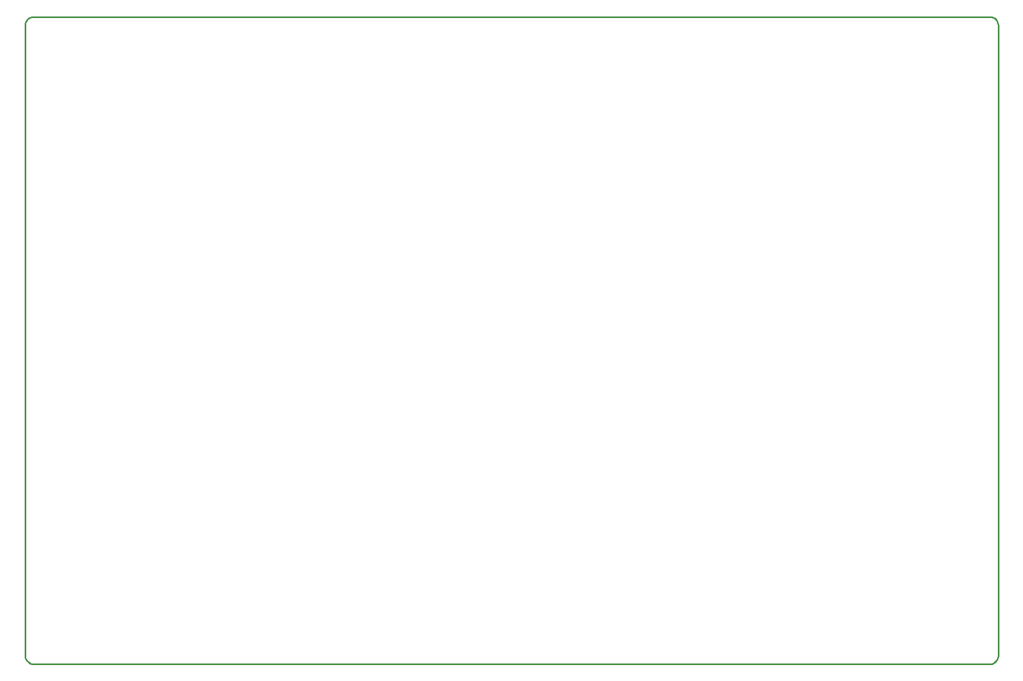
<source format=gko>
G04*
G04 #@! TF.GenerationSoftware,Altium Limited,Altium Designer,22.10.1 (41)*
G04*
G04 Layer_Color=16711935*
%FSLAX25Y25*%
%MOIN*%
G70*
G04*
G04 #@! TF.SameCoordinates,C65821A1-17F7-41E3-85A7-462E8C27BB40*
G04*
G04*
G04 #@! TF.FilePolarity,Positive*
G04*
G01*
G75*
%ADD96C,0.01000*%
D96*
X5000Y393701D02*
X4025Y393605D01*
X3087Y393320D01*
X2222Y392858D01*
X1464Y392236D01*
X843Y391479D01*
X381Y390614D01*
X96Y389676D01*
X0Y388701D01*
X592520D02*
X592424Y389676D01*
X592139Y390614D01*
X591677Y391479D01*
X591055Y392236D01*
X590298Y392858D01*
X589433Y393320D01*
X588495Y393605D01*
X587520Y393701D01*
Y0D02*
X588495Y96D01*
X589433Y381D01*
X590298Y843D01*
X591055Y1464D01*
X591677Y2222D01*
X592139Y3087D01*
X592424Y4025D01*
X592520Y5000D01*
X0D02*
X96Y4025D01*
X381Y3087D01*
X843Y2222D01*
X1464Y1464D01*
X2222Y843D01*
X3087Y381D01*
X4025Y96D01*
X5000Y0D01*
X592520Y5000D02*
Y388701D01*
X0Y388189D02*
Y388701D01*
X5000Y393701D02*
X587520D01*
X579528Y0D02*
X587520D01*
X5000D02*
X579528D01*
X0Y5000D02*
Y388189D01*
M02*

</source>
